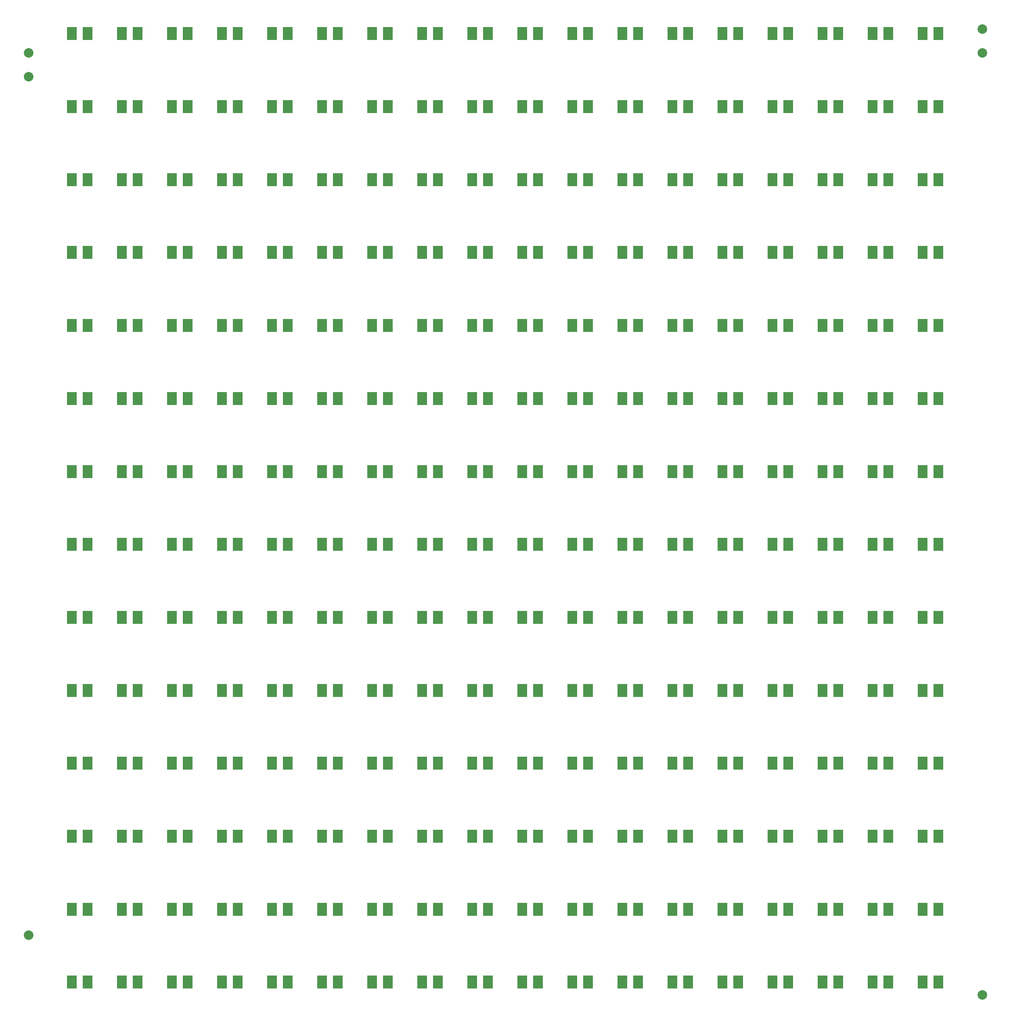
<source format=gbp>
G04 Layer_Color=128*
%FSLAX44Y44*%
%MOMM*%
G71*
G01*
G75*
%ADD10C,2.0000*%
%ADD24R,2.0000X2.8000*%
D10*
X25000Y2025000D02*
D03*
Y1975000D02*
D03*
Y175000D02*
D03*
X2025000Y50000D02*
D03*
Y2025000D02*
D03*
Y2075000D02*
D03*
D24*
X253010Y76500D02*
D03*
X219990D02*
D03*
X114990D02*
D03*
X148010D02*
D03*
X358010D02*
D03*
X324990D02*
D03*
X429990D02*
D03*
X463010D02*
D03*
X568010D02*
D03*
X534990D02*
D03*
X639990Y76500D02*
D03*
X673010D02*
D03*
X778010Y76500D02*
D03*
X744990D02*
D03*
X849990Y76500D02*
D03*
X883010D02*
D03*
X988010Y76500D02*
D03*
X954990D02*
D03*
X1059990D02*
D03*
X1093010D02*
D03*
X1198010D02*
D03*
X1164990D02*
D03*
X1269990D02*
D03*
X1303010D02*
D03*
X1408010D02*
D03*
X1374990D02*
D03*
X1479990Y76500D02*
D03*
X1513010D02*
D03*
X1618010D02*
D03*
X1584990D02*
D03*
X1689990Y76500D02*
D03*
X1723010D02*
D03*
X1828010Y76500D02*
D03*
X1794990D02*
D03*
X1899990Y76500D02*
D03*
X1933010D02*
D03*
X253010Y229500D02*
D03*
X219990D02*
D03*
X114990D02*
D03*
X148010D02*
D03*
X358010D02*
D03*
X324990D02*
D03*
X429990D02*
D03*
X463010D02*
D03*
X568010D02*
D03*
X534990D02*
D03*
X639990Y229500D02*
D03*
X673010D02*
D03*
X778010Y229500D02*
D03*
X744990D02*
D03*
X849990Y229500D02*
D03*
X883010D02*
D03*
X988010Y229500D02*
D03*
X954990D02*
D03*
X1059990D02*
D03*
X1093010D02*
D03*
X1198010D02*
D03*
X1164990D02*
D03*
X1269990D02*
D03*
X1303010D02*
D03*
X1408010D02*
D03*
X1374990D02*
D03*
X1479990Y229500D02*
D03*
X1513010D02*
D03*
X1618010D02*
D03*
X1584990D02*
D03*
X1689990Y229500D02*
D03*
X1723010D02*
D03*
X1828010Y229500D02*
D03*
X1794990D02*
D03*
X1899990Y229500D02*
D03*
X1933010D02*
D03*
X253010Y382500D02*
D03*
X219990D02*
D03*
X114990D02*
D03*
X148010D02*
D03*
X358010D02*
D03*
X324990D02*
D03*
X429990D02*
D03*
X463010D02*
D03*
X568010D02*
D03*
X534990D02*
D03*
X639990Y382500D02*
D03*
X673010D02*
D03*
X778010Y382500D02*
D03*
X744990D02*
D03*
X849990Y382500D02*
D03*
X883010D02*
D03*
X988010Y382500D02*
D03*
X954990D02*
D03*
X1059990D02*
D03*
X1093010D02*
D03*
X1198010D02*
D03*
X1164990D02*
D03*
X1269990D02*
D03*
X1303010D02*
D03*
X1408010D02*
D03*
X1374990D02*
D03*
X1479990Y382500D02*
D03*
X1513010D02*
D03*
X1618010D02*
D03*
X1584990D02*
D03*
X1689990Y382500D02*
D03*
X1723010D02*
D03*
X1828010Y382500D02*
D03*
X1794990D02*
D03*
X1899990Y382500D02*
D03*
X1933010D02*
D03*
X253010Y535500D02*
D03*
X219990D02*
D03*
X114990D02*
D03*
X148010D02*
D03*
X358010D02*
D03*
X324990D02*
D03*
X429990D02*
D03*
X463010D02*
D03*
X568010D02*
D03*
X534990D02*
D03*
X639990Y535500D02*
D03*
X673010D02*
D03*
X778010Y535500D02*
D03*
X744990D02*
D03*
X849990Y535500D02*
D03*
X883010D02*
D03*
X988010Y535500D02*
D03*
X954990D02*
D03*
X1059990D02*
D03*
X1093010D02*
D03*
X1198010D02*
D03*
X1164990D02*
D03*
X1269990D02*
D03*
X1303010D02*
D03*
X1408010D02*
D03*
X1374990D02*
D03*
X1479990Y535500D02*
D03*
X1513010D02*
D03*
X1618010D02*
D03*
X1584990D02*
D03*
X1689990Y535500D02*
D03*
X1723010D02*
D03*
X1828010Y535500D02*
D03*
X1794990D02*
D03*
X1899990Y535500D02*
D03*
X1933010D02*
D03*
X253010Y688500D02*
D03*
X219990D02*
D03*
X114990D02*
D03*
X148010D02*
D03*
X358010D02*
D03*
X324990D02*
D03*
X429990D02*
D03*
X463010D02*
D03*
X568010D02*
D03*
X534990D02*
D03*
X639990Y688500D02*
D03*
X673010D02*
D03*
X778010Y688500D02*
D03*
X744990D02*
D03*
X849990Y688500D02*
D03*
X883010D02*
D03*
X988010Y688500D02*
D03*
X954990D02*
D03*
X1059990D02*
D03*
X1093010D02*
D03*
X1198010D02*
D03*
X1164990D02*
D03*
X1269990D02*
D03*
X1303010D02*
D03*
X1408010D02*
D03*
X1374990D02*
D03*
X1479990Y688500D02*
D03*
X1513010D02*
D03*
X1618010D02*
D03*
X1584990D02*
D03*
X1689990Y688500D02*
D03*
X1723010D02*
D03*
X1828010Y688500D02*
D03*
X1794990D02*
D03*
X1899990Y688500D02*
D03*
X1933010D02*
D03*
X253010Y841500D02*
D03*
X219990D02*
D03*
X114990D02*
D03*
X148010D02*
D03*
X358010D02*
D03*
X324990D02*
D03*
X429990D02*
D03*
X463010D02*
D03*
X568010D02*
D03*
X534990D02*
D03*
X639990Y841500D02*
D03*
X673010D02*
D03*
X778010Y841500D02*
D03*
X744990D02*
D03*
X849990Y841500D02*
D03*
X883010D02*
D03*
X988010Y841500D02*
D03*
X954990D02*
D03*
X1059990D02*
D03*
X1093010D02*
D03*
X1198010D02*
D03*
X1164990D02*
D03*
X1269990D02*
D03*
X1303010D02*
D03*
X1408010D02*
D03*
X1374990D02*
D03*
X1479990Y841500D02*
D03*
X1513010D02*
D03*
X1618010D02*
D03*
X1584990D02*
D03*
X1689990Y841500D02*
D03*
X1723010D02*
D03*
X1828010Y841500D02*
D03*
X1794990D02*
D03*
X1899990Y841500D02*
D03*
X1933010D02*
D03*
X253010Y994500D02*
D03*
X219990D02*
D03*
X114990D02*
D03*
X148010D02*
D03*
X358010D02*
D03*
X324990D02*
D03*
X429990D02*
D03*
X463010D02*
D03*
X568010D02*
D03*
X534990D02*
D03*
X639990Y994500D02*
D03*
X673010D02*
D03*
X778010Y994500D02*
D03*
X744990D02*
D03*
X849990Y994500D02*
D03*
X883010D02*
D03*
X988010Y994500D02*
D03*
X954990D02*
D03*
X1059990D02*
D03*
X1093010D02*
D03*
X1198010D02*
D03*
X1164990D02*
D03*
X1269990D02*
D03*
X1303010D02*
D03*
X1408010D02*
D03*
X1374990D02*
D03*
X1479990Y994500D02*
D03*
X1513010D02*
D03*
X1618010D02*
D03*
X1584990D02*
D03*
X1689990Y994500D02*
D03*
X1723010D02*
D03*
X1828010Y994500D02*
D03*
X1794990D02*
D03*
X1899990Y994500D02*
D03*
X1933010D02*
D03*
X253010Y1147500D02*
D03*
X219990D02*
D03*
X114990D02*
D03*
X148010D02*
D03*
X358010D02*
D03*
X324990D02*
D03*
X429990D02*
D03*
X463010D02*
D03*
X568010D02*
D03*
X534990D02*
D03*
X639990Y1147500D02*
D03*
X673010D02*
D03*
X778010Y1147500D02*
D03*
X744990D02*
D03*
X849990Y1147500D02*
D03*
X883010D02*
D03*
X988010Y1147500D02*
D03*
X954990D02*
D03*
X1059990D02*
D03*
X1093010D02*
D03*
X1198010D02*
D03*
X1164990D02*
D03*
X1269990D02*
D03*
X1303010D02*
D03*
X1408010D02*
D03*
X1374990D02*
D03*
X1479990Y1147500D02*
D03*
X1513010D02*
D03*
X1618010D02*
D03*
X1584990D02*
D03*
X1689990Y1147500D02*
D03*
X1723010D02*
D03*
X1828010Y1147500D02*
D03*
X1794990D02*
D03*
X1899990Y1147500D02*
D03*
X1933010D02*
D03*
X253010Y1300500D02*
D03*
X219990D02*
D03*
X114990D02*
D03*
X148010D02*
D03*
X358010D02*
D03*
X324990D02*
D03*
X429990D02*
D03*
X463010D02*
D03*
X568010D02*
D03*
X534990D02*
D03*
X639990Y1300500D02*
D03*
X673010D02*
D03*
X778010Y1300500D02*
D03*
X744990D02*
D03*
X849990Y1300500D02*
D03*
X883010D02*
D03*
X988010Y1300500D02*
D03*
X954990D02*
D03*
X1059990D02*
D03*
X1093010D02*
D03*
X1198010D02*
D03*
X1164990D02*
D03*
X1269990D02*
D03*
X1303010D02*
D03*
X1408010D02*
D03*
X1374990D02*
D03*
X1479990Y1300500D02*
D03*
X1513010D02*
D03*
X1618010D02*
D03*
X1584990D02*
D03*
X1689990Y1300500D02*
D03*
X1723010D02*
D03*
X1828010Y1300500D02*
D03*
X1794990D02*
D03*
X1899990Y1300500D02*
D03*
X1933010D02*
D03*
X253010Y1453500D02*
D03*
X219990D02*
D03*
X114990D02*
D03*
X148010D02*
D03*
X358010D02*
D03*
X324990D02*
D03*
X429990D02*
D03*
X463010D02*
D03*
X568010D02*
D03*
X534990D02*
D03*
X639990Y1453500D02*
D03*
X673010D02*
D03*
X778010Y1453500D02*
D03*
X744990D02*
D03*
X849990Y1453500D02*
D03*
X883010D02*
D03*
X988010Y1453500D02*
D03*
X954990D02*
D03*
X1059990D02*
D03*
X1093010D02*
D03*
X1198010D02*
D03*
X1164990D02*
D03*
X1269990D02*
D03*
X1303010D02*
D03*
X1408010D02*
D03*
X1374990D02*
D03*
X1479990Y1453500D02*
D03*
X1513010D02*
D03*
X1618010D02*
D03*
X1584990D02*
D03*
X1689990Y1453500D02*
D03*
X1723010D02*
D03*
X1828010Y1453500D02*
D03*
X1794990D02*
D03*
X1899990Y1453500D02*
D03*
X1933010D02*
D03*
X253010Y1606500D02*
D03*
X219990D02*
D03*
X114990D02*
D03*
X148010D02*
D03*
X358010D02*
D03*
X324990D02*
D03*
X429990D02*
D03*
X463010D02*
D03*
X568010D02*
D03*
X534990D02*
D03*
X639990Y1606500D02*
D03*
X673010D02*
D03*
X778010Y1606500D02*
D03*
X744990D02*
D03*
X849990Y1606500D02*
D03*
X883010D02*
D03*
X988010Y1606500D02*
D03*
X954990D02*
D03*
X1059990D02*
D03*
X1093010D02*
D03*
X1198010D02*
D03*
X1164990D02*
D03*
X1269990D02*
D03*
X1303010D02*
D03*
X1408010D02*
D03*
X1374990D02*
D03*
X1479990Y1606500D02*
D03*
X1513010D02*
D03*
X1618010D02*
D03*
X1584990D02*
D03*
X1689990Y1606500D02*
D03*
X1723010D02*
D03*
X1828010Y1606500D02*
D03*
X1794990D02*
D03*
X1899990Y1606500D02*
D03*
X1933010D02*
D03*
X253010Y1759500D02*
D03*
X219990D02*
D03*
X114990D02*
D03*
X148010D02*
D03*
X358010D02*
D03*
X324990D02*
D03*
X429990D02*
D03*
X463010D02*
D03*
X568010D02*
D03*
X534990D02*
D03*
X639990Y1759500D02*
D03*
X673010D02*
D03*
X778010Y1759500D02*
D03*
X744990D02*
D03*
X849990Y1759500D02*
D03*
X883010D02*
D03*
X988010Y1759500D02*
D03*
X954990D02*
D03*
X1059990D02*
D03*
X1093010D02*
D03*
X1198010D02*
D03*
X1164990D02*
D03*
X1269990D02*
D03*
X1303010D02*
D03*
X1408010D02*
D03*
X1374990D02*
D03*
X1479990Y1759500D02*
D03*
X1513010D02*
D03*
X1618010D02*
D03*
X1584990D02*
D03*
X1689990Y1759500D02*
D03*
X1723010D02*
D03*
X1828010Y1759500D02*
D03*
X1794990D02*
D03*
X1899990Y1759500D02*
D03*
X1933010D02*
D03*
X253010Y1912500D02*
D03*
X219990D02*
D03*
X114990D02*
D03*
X148010D02*
D03*
X358010D02*
D03*
X324990D02*
D03*
X429990D02*
D03*
X463010D02*
D03*
X568010D02*
D03*
X534990D02*
D03*
X639990Y1912500D02*
D03*
X673010D02*
D03*
X778010Y1912500D02*
D03*
X744990D02*
D03*
X849990Y1912500D02*
D03*
X883010D02*
D03*
X988010Y1912500D02*
D03*
X954990D02*
D03*
X1059990D02*
D03*
X1093010D02*
D03*
X1198010D02*
D03*
X1164990D02*
D03*
X1269990D02*
D03*
X1303010D02*
D03*
X1408010D02*
D03*
X1374990D02*
D03*
X1479990Y1912500D02*
D03*
X1513010D02*
D03*
X1618010D02*
D03*
X1584990D02*
D03*
X1689990Y1912500D02*
D03*
X1723010D02*
D03*
X1828010Y1912500D02*
D03*
X1794990D02*
D03*
X1899990Y1912500D02*
D03*
X1933010D02*
D03*
X253010Y2065500D02*
D03*
X219990D02*
D03*
X114990D02*
D03*
X148010D02*
D03*
X358010D02*
D03*
X324990D02*
D03*
X429990D02*
D03*
X463010D02*
D03*
X568010D02*
D03*
X534990D02*
D03*
X639990Y2065500D02*
D03*
X673010D02*
D03*
X778010Y2065500D02*
D03*
X744990D02*
D03*
X849990Y2065500D02*
D03*
X883010D02*
D03*
X988010Y2065500D02*
D03*
X954990D02*
D03*
X1059990D02*
D03*
X1093010D02*
D03*
X1198010D02*
D03*
X1164990D02*
D03*
X1269990D02*
D03*
X1303010D02*
D03*
X1408010D02*
D03*
X1374990D02*
D03*
X1479990Y2065500D02*
D03*
X1513010D02*
D03*
X1618010D02*
D03*
X1584990D02*
D03*
X1689990Y2065500D02*
D03*
X1723010D02*
D03*
X1828010Y2065500D02*
D03*
X1794990D02*
D03*
X1899990Y2065500D02*
D03*
X1933010D02*
D03*
M02*

</source>
